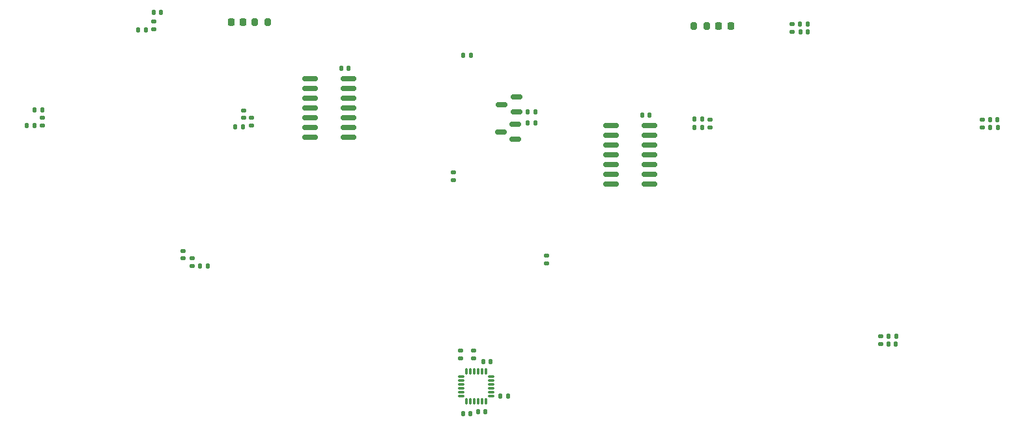
<source format=gbr>
%TF.GenerationSoftware,KiCad,Pcbnew,(5.99.0-11763-gc80efb0f98)*%
%TF.CreationDate,2021-08-20T23:20:59+03:00*%
%TF.ProjectId,mesp240_3Dpad,6d657370-3234-4305-9f33-447061642e6b,rev?*%
%TF.SameCoordinates,Original*%
%TF.FileFunction,Paste,Top*%
%TF.FilePolarity,Positive*%
%FSLAX46Y46*%
G04 Gerber Fmt 4.6, Leading zero omitted, Abs format (unit mm)*
G04 Created by KiCad (PCBNEW (5.99.0-11763-gc80efb0f98)) date 2021-08-20 23:20:59*
%MOMM*%
%LPD*%
G01*
G04 APERTURE LIST*
G04 Aperture macros list*
%AMRoundRect*
0 Rectangle with rounded corners*
0 $1 Rounding radius*
0 $2 $3 $4 $5 $6 $7 $8 $9 X,Y pos of 4 corners*
0 Add a 4 corners polygon primitive as box body*
4,1,4,$2,$3,$4,$5,$6,$7,$8,$9,$2,$3,0*
0 Add four circle primitives for the rounded corners*
1,1,$1+$1,$2,$3*
1,1,$1+$1,$4,$5*
1,1,$1+$1,$6,$7*
1,1,$1+$1,$8,$9*
0 Add four rect primitives between the rounded corners*
20,1,$1+$1,$2,$3,$4,$5,0*
20,1,$1+$1,$4,$5,$6,$7,0*
20,1,$1+$1,$6,$7,$8,$9,0*
20,1,$1+$1,$8,$9,$2,$3,0*%
G04 Aperture macros list end*
%ADD10RoundRect,0.135000X-0.135000X-0.185000X0.135000X-0.185000X0.135000X0.185000X-0.135000X0.185000X0*%
%ADD11RoundRect,0.135000X0.185000X-0.135000X0.185000X0.135000X-0.185000X0.135000X-0.185000X-0.135000X0*%
%ADD12RoundRect,0.135000X-0.185000X0.135000X-0.185000X-0.135000X0.185000X-0.135000X0.185000X0.135000X0*%
%ADD13RoundRect,0.150000X0.587500X0.150000X-0.587500X0.150000X-0.587500X-0.150000X0.587500X-0.150000X0*%
%ADD14RoundRect,0.140000X0.170000X-0.140000X0.170000X0.140000X-0.170000X0.140000X-0.170000X-0.140000X0*%
%ADD15RoundRect,0.135000X0.135000X0.185000X-0.135000X0.185000X-0.135000X-0.185000X0.135000X-0.185000X0*%
%ADD16RoundRect,0.140000X-0.140000X-0.170000X0.140000X-0.170000X0.140000X0.170000X-0.140000X0.170000X0*%
%ADD17RoundRect,0.218750X-0.218750X-0.256250X0.218750X-0.256250X0.218750X0.256250X-0.218750X0.256250X0*%
%ADD18RoundRect,0.140000X0.140000X0.170000X-0.140000X0.170000X-0.140000X-0.170000X0.140000X-0.170000X0*%
%ADD19RoundRect,0.150000X-0.825000X-0.150000X0.825000X-0.150000X0.825000X0.150000X-0.825000X0.150000X0*%
%ADD20RoundRect,0.075000X-0.350000X-0.075000X0.350000X-0.075000X0.350000X0.075000X-0.350000X0.075000X0*%
%ADD21RoundRect,0.075000X0.075000X-0.350000X0.075000X0.350000X-0.075000X0.350000X-0.075000X-0.350000X0*%
%ADD22RoundRect,0.150000X0.825000X0.150000X-0.825000X0.150000X-0.825000X-0.150000X0.825000X-0.150000X0*%
%ADD23RoundRect,0.200000X0.200000X0.275000X-0.200000X0.275000X-0.200000X-0.275000X0.200000X-0.275000X0*%
%ADD24RoundRect,0.218750X0.218750X0.256250X-0.218750X0.256250X-0.218750X-0.256250X0.218750X-0.256250X0*%
%ADD25RoundRect,0.140000X-0.170000X0.140000X-0.170000X-0.140000X0.170000X-0.140000X0.170000X0.140000X0*%
%ADD26RoundRect,0.200000X-0.200000X-0.275000X0.200000X-0.275000X0.200000X0.275000X-0.200000X0.275000X0*%
G04 APERTURE END LIST*
D10*
%TO.C,R21*%
X139290000Y-90390000D03*
X140310000Y-90390000D03*
%TD*%
D11*
%TO.C,R23*%
X138030000Y-106660000D03*
X138030000Y-105640000D03*
%TD*%
D12*
%TO.C,R9*%
X104112000Y-116838000D03*
X104112000Y-117858000D03*
%TD*%
D13*
%TO.C,Q1*%
X146117500Y-101310000D03*
X146117500Y-99410000D03*
X144242500Y-100360000D03*
%TD*%
D14*
%TO.C,C10*%
X110744000Y-98524000D03*
X110744000Y-97564000D03*
%TD*%
D15*
%TO.C,R18*%
X184126000Y-86308000D03*
X183106000Y-86308000D03*
%TD*%
%TO.C,R24*%
X148720000Y-99190000D03*
X147700000Y-99190000D03*
%TD*%
D16*
%TO.C,C2*%
X194592000Y-128006000D03*
X195552000Y-128006000D03*
%TD*%
D17*
%TO.C,D2*%
X172489500Y-86594000D03*
X174064500Y-86594000D03*
%TD*%
D11*
%TO.C,R4*%
X193548000Y-128008000D03*
X193548000Y-126988000D03*
%TD*%
D18*
%TO.C,C14*%
X124420000Y-92122000D03*
X123460000Y-92122000D03*
%TD*%
D19*
%TO.C,U2*%
X158561000Y-99568000D03*
X158561000Y-100838000D03*
X158561000Y-102108000D03*
X158561000Y-103378000D03*
X158561000Y-104648000D03*
X158561000Y-105918000D03*
X158561000Y-107188000D03*
X163511000Y-107188000D03*
X163511000Y-105918000D03*
X163511000Y-104648000D03*
X163511000Y-103378000D03*
X163511000Y-102108000D03*
X163511000Y-100838000D03*
X163511000Y-99568000D03*
%TD*%
D20*
%TO.C,U3*%
X139040000Y-132260000D03*
X139040000Y-132760000D03*
X139040000Y-133260000D03*
X139040000Y-133760000D03*
X139040000Y-134260000D03*
X139040000Y-134760000D03*
D21*
X139740000Y-135460000D03*
X140240000Y-135460000D03*
X140740000Y-135460000D03*
X141240000Y-135460000D03*
X141740000Y-135460000D03*
X142240000Y-135460000D03*
D20*
X142940000Y-134760000D03*
X142940000Y-134260000D03*
X142940000Y-133760000D03*
X142940000Y-133260000D03*
X142940000Y-132760000D03*
X142940000Y-132260000D03*
D21*
X142240000Y-131560000D03*
X141740000Y-131560000D03*
X141240000Y-131560000D03*
X140740000Y-131560000D03*
X140240000Y-131560000D03*
X139740000Y-131560000D03*
%TD*%
D15*
%TO.C,R2*%
X195630000Y-127000000D03*
X194610000Y-127000000D03*
%TD*%
D11*
%TO.C,R20*%
X182090000Y-87326000D03*
X182090000Y-86306000D03*
%TD*%
D18*
%TO.C,C7*%
X84582000Y-97536000D03*
X83622000Y-97536000D03*
%TD*%
D12*
%TO.C,R10*%
X206756000Y-98804000D03*
X206756000Y-99824000D03*
%TD*%
D18*
%TO.C,C8*%
X170344000Y-98658000D03*
X169384000Y-98658000D03*
%TD*%
D12*
%TO.C,R14*%
X171388000Y-98798000D03*
X171388000Y-99818000D03*
%TD*%
D22*
%TO.C,U1*%
X124395000Y-101092000D03*
X124395000Y-99822000D03*
X124395000Y-98552000D03*
X124395000Y-97282000D03*
X124395000Y-96012000D03*
X124395000Y-94742000D03*
X124395000Y-93472000D03*
X119445000Y-93472000D03*
X119445000Y-94742000D03*
X119445000Y-96012000D03*
X119445000Y-97282000D03*
X119445000Y-98552000D03*
X119445000Y-99822000D03*
X119445000Y-101092000D03*
%TD*%
D10*
%TO.C,R11*%
X82546000Y-99568000D03*
X83566000Y-99568000D03*
%TD*%
D23*
%TO.C,R6*%
X170942000Y-86614000D03*
X169292000Y-86614000D03*
%TD*%
D15*
%TO.C,R7*%
X106148000Y-117856000D03*
X105128000Y-117856000D03*
%TD*%
D14*
%TO.C,C3*%
X102870000Y-116812000D03*
X102870000Y-115852000D03*
%TD*%
D24*
%TO.C,D1*%
X110702500Y-86090000D03*
X109127500Y-86090000D03*
%TD*%
D13*
%TO.C,Q2*%
X146207500Y-97760000D03*
X146207500Y-95860000D03*
X144332500Y-96810000D03*
%TD*%
D10*
%TO.C,R1*%
X97026000Y-87122000D03*
X98046000Y-87122000D03*
%TD*%
D12*
%TO.C,R16*%
X140620000Y-128850000D03*
X140620000Y-129870000D03*
%TD*%
%TO.C,R3*%
X99060000Y-86020000D03*
X99060000Y-87040000D03*
%TD*%
D10*
%TO.C,R17*%
X109684000Y-99684000D03*
X110704000Y-99684000D03*
%TD*%
D16*
%TO.C,C12*%
X141260000Y-136780000D03*
X142220000Y-136780000D03*
%TD*%
D10*
%TO.C,R12*%
X169354000Y-99814000D03*
X170374000Y-99814000D03*
%TD*%
D12*
%TO.C,R19*%
X111760000Y-98548000D03*
X111760000Y-99568000D03*
%TD*%
D15*
%TO.C,R22*%
X148730000Y-97790000D03*
X147710000Y-97790000D03*
%TD*%
D12*
%TO.C,R13*%
X84582000Y-98550000D03*
X84582000Y-99570000D03*
%TD*%
D15*
%TO.C,R8*%
X208790000Y-99822000D03*
X207770000Y-99822000D03*
%TD*%
D12*
%TO.C,R15*%
X138970000Y-128830000D03*
X138970000Y-129850000D03*
%TD*%
D16*
%TO.C,C4*%
X207800000Y-98806000D03*
X208760000Y-98806000D03*
%TD*%
%TO.C,C11*%
X183134000Y-87376000D03*
X184094000Y-87376000D03*
%TD*%
%TO.C,C5*%
X144160000Y-134750000D03*
X145120000Y-134750000D03*
%TD*%
D18*
%TO.C,C13*%
X163536000Y-98228000D03*
X162576000Y-98228000D03*
%TD*%
D16*
%TO.C,C1*%
X99088000Y-84836000D03*
X100048000Y-84836000D03*
%TD*%
%TO.C,C9*%
X141930000Y-130310000D03*
X142890000Y-130310000D03*
%TD*%
D25*
%TO.C,C15*%
X150100000Y-116500000D03*
X150100000Y-117460000D03*
%TD*%
D16*
%TO.C,C6*%
X139270000Y-137030000D03*
X140230000Y-137030000D03*
%TD*%
D26*
%TO.C,R5*%
X112250000Y-86100000D03*
X113900000Y-86100000D03*
%TD*%
M02*

</source>
